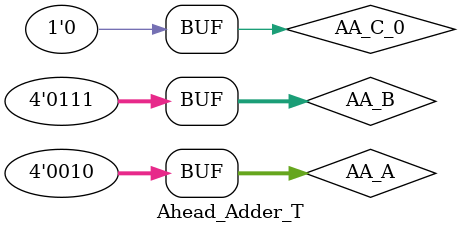
<source format=v>
`timescale 1ns / 1ps


module Ahead_Adder_T;

	// Inputs
	reg [3:0] AA_A;
	reg [3:0] AA_B;
	reg AA_C_0;

	// Outputs
	wire [3:0] AA_F;
	wire AA_C_4;

	// Instantiate the Unit Under Test (UUT)
	AHEAD_ADDER uut (
		.AA_A(AA_A), 
		.AA_B(AA_B), 
		.AA_C_0(AA_C_0), 
		.AA_F(AA_F), 
		.AA_C_4(AA_C_4)
	);

	initial begin
		// Initialize Inputs
		AA_A = 0;
		AA_B = 0;
		AA_C_0 = 0;

		// Wait 100 ns for global reset to finish
		#100;
        
		// Add stimulus here
    AA_A = 2;
    AA_B = 1;
    AA_C_0 = 0;
    
    #100;
    AA_A = 3;
		AA_B = 4;
		AA_C_0 = 1;
    
    #100;
    AA_A = 2;
		AA_B = 7;
		AA_C_0 = 0;

	end
      
endmodule


</source>
